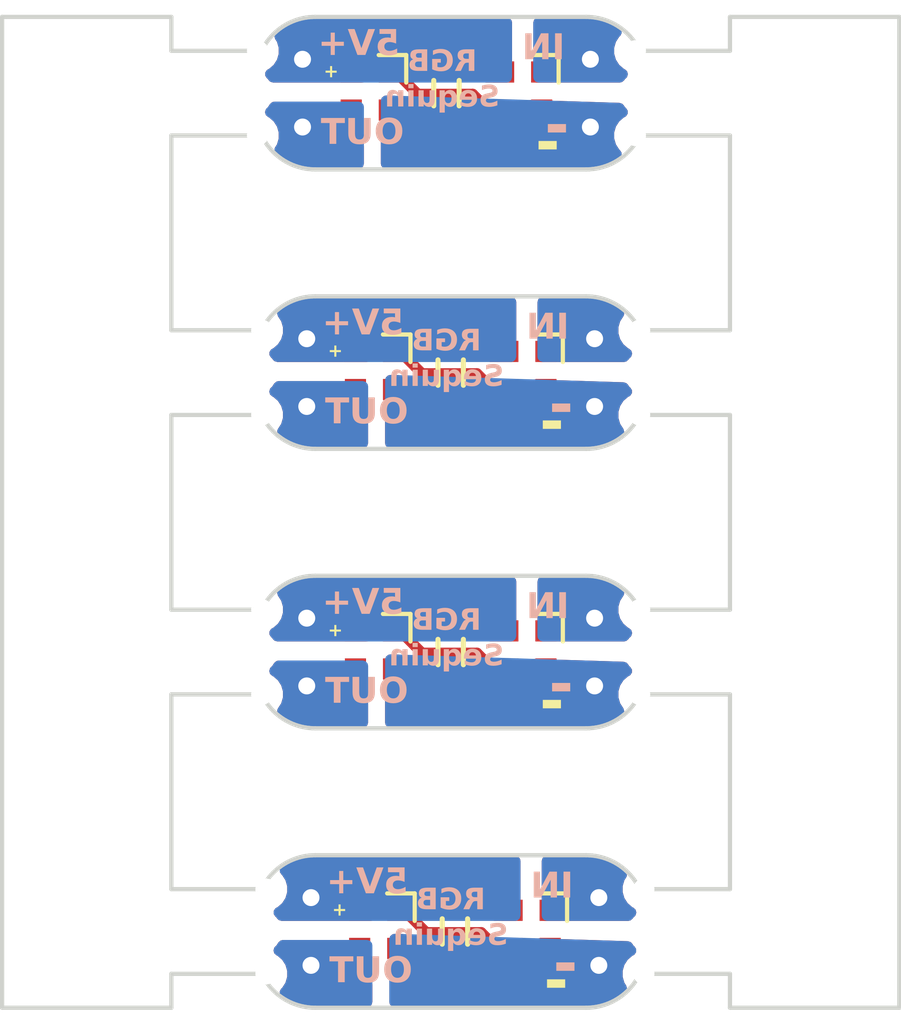
<source format=kicad_pcb>
(kicad_pcb (version 20221018) (generator pcbnew)
  (title_block (title "adafruit LED sequin panglikesheep18 RGB GAMING SUPER ULTRA PLUS PRO MAX ULTIMATE EXTREME REMIX v1") (comment 1 "Modified from https://github.com/timmit99/Neopixel_Sequin") (comment 2 "BOM: 2X 1515 RGB LEDs (can be the same IC WS2812 as original's)"))
  (layers (0 "F.Cu" signal) (31 "B.Cu" signal) (34 "B.Paste" user) (35 "F.Paste" user) (36 "B.SilkS" user "B.Silkscreen") (37 "F.SilkS" user "F.Silkscreen") (38 "B.Mask" user) (39 "F.Mask" user) (44 "Edge.Cuts" user))
  (net 0 "")
  (net 1 "Board_0-/+")
  (net 2 "Board_0-/-")
  (net 3 "Board_0-/IN")
  (net 4 "Board_0-/OUT")
  (net 5 "Board_1-/+")
  (net 6 "Board_1-/-")
  (net 7 "Board_1-/IN")
  (net 8 "Board_1-/OUT")
  (net 9 "Board_2-/+")
  (net 10 "Board_2-/-")
  (net 11 "Board_2-/IN")
  (net 12 "Board_2-/OUT")
  (net 13 "Board_3-/+")
  (net 14 "Board_3-/-")
  (net 15 "Board_3-/IN")
  (net 16 "Board_3-/OUT")
  (net 17 "Board3IO")
  (net 18 "Board0IO")
  (net 19 "Board1IO")
  (net 20 "Board2IO")
  (footprint "NPTH" (layer "F.Cu") (at 54.463268 62.199988)
    (fp_text reference "REF**" hide)
    (fp_text value "NPTH" hide)
  )
  (footprint "NPTH" (layer "F.Cu") (at 54.363268 48.999988)
    (fp_text reference "REF**" hide)
    (fp_text value "NPTH" hide)
  )
  (footprint "NPTH" (layer "F.Cu") (at 45.536715 57.599988)
    (fp_text reference "REF**" hide)
    (fp_text value "NPTH" hide)
  )
  (footprint "LED_SMD:LED_SK6812_EC15_1.5x1.5mm" (layer "F.Cu") (at 51.800005 63.149977)
    (fp_text reference "LED0" hide)
    (fp_text value "LED_SK6812_EC15_1.5x1.5mm" hide)
  )
  (footprint "NPTH" (layer "F.Cu") (at 54.363279 50.999988)
    (fp_text reference "REF**" hide)
    (fp_text value "NPTH" hide)
  )
  (footprint "LED_SMD:LED_SK6812_EC15_1.5x1.5mm" (layer "F.Cu") (at 51.700005 49.949977)
    (fp_text reference "LED0" hide)
    (fp_text value "LED_SK6812_EC15_1.5x1.5mm" hide)
  )
  (footprint "LED_SMD:LED_SK6812_EC15_1.5x1.5mm" (layer "F.Cu") (at 48.300005 69.749977)
    (fp_text reference "LED0" hide)
    (fp_text value "LED_SK6812_EC15_1.5x1.5mm" hide)
  )
  (footprint "NPTH" (layer "F.Cu") (at 45.401002 63.199987)
    (fp_text reference "REF**" hide)
    (fp_text value "NPTH" hide)
  )
  (footprint "LED_SMD:LED_SK6812_EC15_1.5x1.5mm" (layer "F.Cu") (at 48.100005 49.949977)
    (fp_text reference "LED0" hide)
    (fp_text value "LED_SK6812_EC15_1.5x1.5mm" hide)
  )
  (footprint "NPTH" (layer "F.Cu") (at 54.499005 49.999987)
    (fp_text reference "REF**" hide)
    (fp_text value "NPTH" hide)
  )
  (footprint "digikey-footprints:0603" (layer "F.Cu") (at 50 56.6 90)
    (fp_text reference "REF**" hide)
    (fp_text value "Ferrite_0603" hide)
  )
  (footprint "LED_SMD:LED_SK6812_EC15_1.5x1.5mm" (layer "F.Cu") (at 48.2 56.549977)
    (fp_text reference "LED0" hide)
    (fp_text value "LED_SK6812_EC15_1.5x1.5mm" hide)
  )
  (footprint "NPTH" (layer "F.Cu") (at 54.563279 70.799988)
    (fp_text reference "REF**" hide)
    (fp_text value "NPTH" hide)
  )
  (footprint "NPTH" (layer "F.Cu") (at 54.463279 64.199988)
    (fp_text reference "REF**" hide)
    (fp_text value "NPTH" hide)
  )
  (footprint "NPTH" (layer "F.Cu") (at 54.463274 57.599988)
    (fp_text reference "REF**" hide)
    (fp_text value "NPTH" hide)
  )
  (footprint "NPTH" (layer "F.Cu") (at 45.636731 68.799988)
    (fp_text reference "REF**" hide)
    (fp_text value "NPTH" hide)
  )
  (footprint "NPTH" (layer "F.Cu") (at 45.63672 70.799988)
    (fp_text reference "REF**" hide)
    (fp_text value "NPTH" hide)
  )
  (footprint "NPTH" (layer "F.Cu") (at 45.536731 62.199988)
    (fp_text reference "REF**" hide)
    (fp_text value "NPTH" hide)
  )
  (footprint "digikey-footprints:0603" (layer "F.Cu") (at 50.100005 69.8 90)
    (fp_text reference "REF**" hide)
    (fp_text value "Ferrite_0603" hide)
  )
  (footprint "LED_SMD:LED_SK6812_EC15_1.5x1.5mm" (layer "F.Cu") (at 51.8 56.549977)
    (fp_text reference "LED0" hide)
    (fp_text value "LED_SK6812_EC15_1.5x1.5mm" hide)
  )
  (footprint "NPTH" (layer "F.Cu") (at 45.501002 69.799987)
    (fp_text reference "REF**" hide)
    (fp_text value "NPTH" hide)
  )
  (footprint "digikey-footprints:0603" (layer "F.Cu") (at 49.900005 50 90)
    (fp_text reference "REF**" hide)
    (fp_text value "Ferrite_0603" hide)
  )
  (footprint "NPTH" (layer "F.Cu") (at 54.599005 63.199987)
    (fp_text reference "REF**" hide)
    (fp_text value "NPTH" hide)
  )
  (footprint "LED_SMD:LED_SK6812_EC15_1.5x1.5mm" (layer "F.Cu") (at 51.900005 69.749977)
    (fp_text reference "LED0" hide)
    (fp_text value "LED_SK6812_EC15_1.5x1.5mm" hide)
  )
  (footprint "NPTH" (layer "F.Cu") (at 54.463263 55.599988)
    (fp_text reference "REF**" hide)
    (fp_text value "NPTH" hide)
  )
  (footprint "NPTH" (layer "F.Cu") (at 54.563268 68.799988)
    (fp_text reference "REF**" hide)
    (fp_text value "NPTH" hide)
  )
  (footprint "NPTH" (layer "F.Cu") (at 45.436731 48.999988)
    (fp_text reference "REF**" hide)
    (fp_text value "NPTH" hide)
  )
  (footprint "NPTH" (layer "F.Cu") (at 45.400997 56.599987)
    (fp_text reference "REF**" hide)
    (fp_text value "NPTH" hide)
  )
  (footprint "NPTH" (layer "F.Cu") (at 45.43672 50.999988)
    (fp_text reference "REF**" hide)
    (fp_text value "NPTH" hide)
  )
  (footprint "NPTH" (layer "F.Cu") (at 54.599 56.599987)
    (fp_text reference "REF**" hide)
    (fp_text value "NPTH" hide)
  )
  (footprint "NPTH" (layer "F.Cu") (at 45.536726 55.599988)
    (fp_text reference "REF**" hide)
    (fp_text value "NPTH" hide)
  )
  (footprint "NPTH" (layer "F.Cu") (at 45.53672 64.199988)
    (fp_text reference "REF**" hide)
    (fp_text value "NPTH" hide)
  )
  (footprint "digikey-footprints:0603" (layer "F.Cu") (at 50.000005 63.2 90)
    (fp_text reference "REF**" hide)
    (fp_text value "Ferrite_0603" hide)
  )
  (footprint "NPTH" (layer "F.Cu") (at 45.301002 49.999987)
    (fp_text reference "REF**" hide)
    (fp_text value "NPTH" hide)
  )
  (footprint "NPTH" (layer "F.Cu") (at 54.699005 69.799987)
    (fp_text reference "REF**" hide)
    (fp_text value "NPTH" hide)
  )
  (footprint "LED_SMD:LED_SK6812_EC15_1.5x1.5mm" (layer "F.Cu") (at 48.200005 63.149977)
    (fp_text reference "LED0" hide)
    (fp_text value "LED_SK6812_EC15_1.5x1.5mm" hide)
  )
  (gr_line (start 54.413308 70.900499) (end 54.448282 70.836086) (stroke (width 0.1)) (layer "Edge.Cuts"))
  (gr_line (start 45.534501 64.200006) (end 45.551707 64.236077) (stroke (width 0.1)) (layer "Edge.Cuts"))
  (gr_line (start 54.241157 64.537445) (end 54.288792 64.48167) (stroke (width 0.1)) (layer "Edge.Cuts"))
  (gr_line (start 46.726698 58.399085) (end 46.8 58.401) (stroke (width 0.1)) (layer "Edge.Cuts"))
  (gr_line (start 46.653524 54.806683) (end 46.580856 54.81625) (stroke (width 0.1)) (layer "Edge.Cuts"))
  (gr_line (start 45.918297 61.711249) (end 45.862524 61.758886) (stroke (width 0.1)) (layer "Edge.Cuts"))
  (gr_line (start 53.963055 48.425033) (end 53.900471 48.386682) (stroke (width 0.1)) (layer "Edge.Cuts"))
  (gr_line (start 46.437364 68.046768) (end 46.367037 68.067601) (stroke (width 0.1)) (layer "Edge.Cuts"))
  (gr_line (start 53.836058 51.648283) (end 53.900517 51.613283) (stroke (width 0.1)) (layer "Edge.Cuts"))
  (gr_line (start 54.137426 55.158842) (end 54.081651 55.111207) (stroke (width 0.1)) (layer "Edge.Cuts"))
  (gr_line (start 54.465486 57.600002) (end 56.598 57.600002) (stroke (width 0.1)) (layer "Edge.Cuts"))
  (gr_line (start 45.862524 64.641141) (end 45.918297 64.688778) (stroke (width 0.1)) (layer "Edge.Cuts"))
  (gr_line (start 54.081692 51.48876) (end 54.137465 51.441123) (stroke (width 0.1)) (layer "Edge.Cuts"))
  (gr_line (start 53.199994 71.601022) (end 53.273291 71.599103) (stroke (width 0.1)) (layer "Edge.Cuts"))
  (gr_line (start 54.413308 68.699546) (end 54.374957 68.636962) (stroke (width 0.1)) (layer "Edge.Cuts"))
  (gr_line (start 43.400995 50.999998) (end 43.400995 55.600002) (stroke (width 0.1)) (layer "Edge.Cuts"))
  (gr_line (start 53.419185 68.016276) (end 53.346413 68.006695) (stroke (width 0.1)) (layer "Edge.Cuts"))
  (gr_line (start 54.448282 64.236077) (end 54.465488 64.200006) (stroke (width 0.1)) (layer "Edge.Cuts"))
  (gr_line (start 54.374957 48.836935) (end 54.333442 48.77653) (stroke (width 0.1)) (layer "Edge.Cuts"))
  (gr_line (start 53.199994 65.001013) (end 53.273343 64.999092) (stroke (width 0.1)) (layer "Edge.Cuts"))
  (gr_line (start 45.586681 57.700481) (end 45.625004 57.763021) (stroke (width 0.1)) (layer "Edge.Cuts"))
  (gr_line (start 45.918297 55.11124) (end 45.862524 55.158877) (stroke (width 0.1)) (layer "Edge.Cuts"))
  (gr_line (start 53.419133 54.81625) (end 53.346465 54.806683) (stroke (width 0.1)) (layer "Edge.Cuts"))
  (gr_line (start 53.491253 48.229606) (end 53.419133 48.216241) (stroke (width 0.1)) (layer "Edge.Cuts"))
  (gr_line (start 45.711197 71.081679) (end 45.758832 71.137454) (stroke (width 0.1)) (layer "Edge.Cuts"))
  (gr_line (start 53.900471 64.813327) (end 53.963011 64.775004) (stroke (width 0.1)) (layer "Edge.Cuts"))
  (gr_line (start 45.666547 68.576557) (end 45.625032 68.636962) (stroke (width 0.1)) (layer "Edge.Cuts"))
  (gr_line (start 46.726698 51.799076) (end 46.8 51.801) (stroke (width 0.1)) (layer "Edge.Cuts"))
  (gr_line (start 43.400995 64.200006) (end 45.534501 64.200006) (stroke (width 0.1)) (layer "Edge.Cuts"))
  (gr_line (start 46.8 51.801) (end 53.199995 51.800995) (stroke (width 0.1)) (layer "Edge.Cuts"))
  (gr_line (start 46.036934 64.774976) (end 46.099472 64.813301) (stroke (width 0.1)) (layer "Edge.Cuts"))
  (gr_line (start 46.580856 58.383759) (end 46.653576 58.393332) (stroke (width 0.1)) (layer "Edge.Cuts"))
  (gr_line (start 46.580856 54.81625) (end 46.508736 54.829615) (stroke (width 0.1)) (layer "Edge.Cuts"))
  (gr_line (start 45.534505 50.999998) (end 45.551707 51.036059) (stroke (width 0.1)) (layer "Edge.Cuts"))
  (gr_line (start 46.508685 48.229617) (end 46.437415 48.246727) (stroke (width 0.1)) (layer "Edge.Cuts"))
  (gr_line (start 54.333442 61.976548) (end 54.288792 61.918357) (stroke (width 0.1)) (layer "Edge.Cuts"))
  (gr_line (start 54.333442 64.423479) (end 54.374957 64.363074) (stroke (width 0.1)) (layer "Edge.Cuts"))
  (gr_line (start 54.081692 58.088769) (end 54.137426 58.041167) (stroke (width 0.1)) (layer "Edge.Cuts"))
  (gr_line (start 53.900517 51.613283) (end 53.963055 51.574958) (stroke (width 0.1)) (layer "Edge.Cuts"))
  (gr_line (start 46.8 65.001) (end 53.199994 65.001013) (stroke (width 0.1)) (layer "Edge.Cuts"))
  (gr_line (start 54.081651 48.511198) (end 54.02346 48.466548) (stroke (width 0.1)) (layer "Edge.Cuts"))
  (gr_line (start 53.2 48.199) (end 46.799995 48.198996) (stroke (width 0.1)) (layer "Edge.Cuts"))
  (gr_line (start 46.163978 71.448334) (end 46.230133 71.479888) (stroke (width 0.1)) (layer "Edge.Cuts"))
  (gr_line (start 54.465484 50.999998) (end 56.598 50.999998) (stroke (width 0.1)) (layer "Edge.Cuts"))
  (gr_line (start 53.769856 58.27987) (end 53.836011 58.248316) (stroke (width 0.1)) (layer "Edge.Cuts"))
  (gr_line (start 45.551707 57.636068) (end 45.586681 57.700481) (stroke (width 0.1)) (layer "Edge.Cuts"))
  (gr_line (start 53.769856 48.32013) (end 53.702092 48.29206) (stroke (width 0.1)) (layer "Edge.Cuts"))
  (gr_line (start 46.726646 48.200917) (end 46.653524 48.206674) (stroke (width 0.1)) (layer "Edge.Cuts"))
  (gr_line (start 46.653576 64.993341) (end 46.726698 64.999094) (stroke (width 0.1)) (layer "Edge.Cuts"))
  (gr_line (start 53.963055 51.574958) (end 54.02346 51.533443) (stroke (width 0.1)) (layer "Edge.Cuts"))
  (gr_line (start 46.437415 71.553291) (end 46.508736 71.570412) (stroke (width 0.1)) (layer "Edge.Cuts"))
  (gr_line (start 46.8 71.601) (end 53.199994 71.601022) (stroke (width 0.1)) (layer "Edge.Cuts"))
  (gr_line (start 46.036978 68.225032) (end 45.976487 68.266606) (stroke (width 0.1)) (layer "Edge.Cuts"))
  (gr_line (start 46.508736 71.570412) (end 46.580804 71.583769) (stroke (width 0.1)) (layer "Edge.Cuts"))
  (gr_line (start 53.900471 58.213318) (end 53.963011 58.174995) (stroke (width 0.1)) (layer "Edge.Cuts"))
  (gr_line (start 45.809357 61.809339) (end 45.758867 61.862543) (stroke (width 0.1)) (layer "Edge.Cuts"))
  (gr_line (start 46.230133 68.120157) (end 46.163978 68.151711) (stroke (width 0.1)) (layer "Edge.Cuts"))
  (gr_line (start 46.230181 48.320109) (end 46.163978 48.351684) (stroke (width 0.1)) (layer "Edge.Cuts"))
  (gr_line (start 53.491304 68.029644) (end 53.419185 68.016276) (stroke (width 0.1)) (layer "Edge.Cuts"))
  (gr_line (start 54.241157 48.662564) (end 54.190632 48.609321) (stroke (width 0.1)) (layer "Edge.Cuts"))
  (gr_line (start 54.288792 64.48167) (end 54.333442 64.423479) (stroke (width 0.1)) (layer "Edge.Cuts"))
  (gr_line (start 46.8 58.401) (end 53.199994 58.401004) (stroke (width 0.1)) (layer "Edge.Cuts"))
  (gr_line (start 53.769856 54.920139) (end 53.702092 54.892069) (stroke (width 0.1)) (layer "Edge.Cuts"))
  (gr_line (start 45.918297 48.511231) (end 45.862524 48.558868) (stroke (width 0.1)) (layer "Edge.Cuts"))
  (gr_line (start 46.580856 61.416259) (end 46.508685 61.429635) (stroke (width 0.1)) (layer "Edge.Cuts"))
  (gr_line (start 45.976487 48.466579) (end 45.918297 48.511231) (stroke (width 0.1)) (layer "Edge.Cuts"))
  (gr_line (start 54.465486 48.999998) (end 54.448282 48.963932) (stroke (width 0.1)) (layer "Edge.Cuts"))
  (gr_line (start 53.346413 71.59335) (end 53.419185 71.583769) (stroke (width 0.1)) (layer "Edge.Cuts"))
  (gr_line (start 46.653576 71.59335) (end 46.726698 71.599103) (stroke (width 0.1)) (layer "Edge.Cuts"))
  (gr_line (start 53.491304 61.429635) (end 53.419185 61.416267) (stroke (width 0.1)) (layer "Edge.Cuts"))
  (gr_line (start 45.80932 64.590651) (end 45.862524 64.641141) (stroke (width 0.1)) (layer "Edge.Cuts"))
  (gr_line (start 43.400995 68.800011) (end 43.400995 64.200006) (stroke (width 0.1)) (layer "Edge.Cuts"))
  (gr_line (start 46.580856 64.983768) (end 46.653576 64.993341) (stroke (width 0.1)) (layer "Edge.Cuts"))
  (gr_line (start 53.632952 71.532444) (end 53.702043 71.507977) (stroke (width 0.1)) (layer "Edge.Cuts"))
  (gr_line (start 53.273291 68.000942) (end 53.2 67.999) (stroke (width 0.1)) (layer "Edge.Cuts"))
  (gr_line (start 46.099472 58.213292) (end 46.163931 58.248292) (stroke (width 0.1)) (layer "Edge.Cuts"))
  (gr_line (start 46.437415 48.246727) (end 46.367087 48.267558) (stroke (width 0.1)) (layer "Edge.Cuts"))
  (gr_line (start 54.333442 51.223461) (end 54.374985 51.163012) (stroke (width 0.1)) (layer "Edge.Cuts"))
  (gr_line (start 45.918338 71.28882) (end 45.976487 71.333439) (stroke (width 0.1)) (layer "Edge.Cuts"))
  (gr_line (start 53.562625 68.046768) (end 53.491304 68.029644) (stroke (width 0.1)) (layer "Edge.Cuts"))
  (gr_line (start 53.632952 54.867583) (end 53.562574 54.846736) (stroke (width 0.1)) (layer "Edge.Cuts"))
  (gr_line (start 53.419133 58.383759) (end 53.491304 58.370383) (stroke (width 0.1)) (layer "Edge.Cuts"))
  (gr_line (start 54.448282 62.16395) (end 54.413308 62.099537) (stroke (width 0.1)) (layer "Edge.Cuts"))
  (gr_line (start 46.297946 58.307959) (end 46.367087 58.332442) (stroke (width 0.1)) (layer "Edge.Cuts"))
  (gr_line (start 54.288792 68.518366) (end 54.241157 68.462591) (stroke (width 0.1)) (layer "Edge.Cuts"))
  (gr_line (start 53.562574 48.246727) (end 53.491253 48.229606) (stroke (width 0.1)) (layer "Edge.Cuts"))
  (gr_line (start 53.963055 55.025042) (end 53.900471 54.986691) (stroke (width 0.1)) (layer "Edge.Cuts"))
  (gr_line (start 53.702092 54.892069) (end 53.632952 54.867583) (stroke (width 0.1)) (layer "Edge.Cuts"))
  (gr_line (start 45.758832 71.137454) (end 45.809357 71.190697) (stroke (width 0.1)) (layer "Edge.Cuts"))
  (gr_line (start 45.625032 68.636962) (end 45.586681 68.699546) (stroke (width 0.1)) (layer "Edge.Cuts"))
  (gr_line (start 45.976487 71.333439) (end 46.036934 71.374985) (stroke (width 0.1)) (layer "Edge.Cuts"))
  (gr_line (start 53.419133 64.983768) (end 53.491304 64.970392) (stroke (width 0.1)) (layer "Edge.Cuts"))
  (gr_line (start 54.190632 61.809339) (end 54.137426 61.758851) (stroke (width 0.1)) (layer "Edge.Cuts"))
  (gr_line (start 53.273291 71.599103) (end 53.346413 71.59335) (stroke (width 0.1)) (layer "Edge.Cuts"))
  (gr_line (start 46.297946 51.70795) (end 46.367037 51.732417) (stroke (width 0.1)) (layer "Edge.Cuts"))
  (gr_line (start 54.241122 71.137493) (end 54.288759 71.08172) (stroke (width 0.1)) (layer "Edge.Cuts"))
  (gr_line (start 45.976529 61.666566) (end 45.918297 61.711249) (stroke (width 0.1)) (layer "Edge.Cuts"))
  (gr_line (start 53.900471 54.986691) (end 53.836011 54.951693) (stroke (width 0.1)) (layer "Edge.Cuts"))
  (gr_line (start 43.400995 48.198996) (end 39.402995 48.198996) (stroke (width 0.1)) (layer "Edge.Cuts"))
  (gr_line (start 53.2 67.999) (end 46.799994 67.999023) (stroke (width 0.1)) (layer "Edge.Cuts"))
  (gr_line (start 45.71123 57.881702) (end 45.758867 57.937475) (stroke (width 0.1)) (layer "Edge.Cuts"))
  (gr_line (start 54.081651 55.111207) (end 54.02346 55.066557) (stroke (width 0.1)) (layer "Edge.Cuts"))
  (gr_line (start 53.702043 58.307959) (end 53.769856 58.27987) (stroke (width 0.1)) (layer "Edge.Cuts"))
  (gr_line (start 45.534499 70.800011) (end 45.551707 70.836086) (stroke (width 0.1)) (layer "Edge.Cuts"))
  (gr_line (start 46.163931 61.551726) (end 46.099472 61.586726) (stroke (width 0.1)) (layer "Edge.Cuts"))
  (gr_line (start 54.137465 68.358895) (end 54.081651 68.311225) (stroke (width 0.1)) (layer "Edge.Cuts"))
  (gr_line (start 46.099518 68.186709) (end 46.036978 68.225032) (stroke (width 0.1)) (layer "Edge.Cuts"))
  (gr_line (start 45.976529 58.133452) (end 46.036934 58.174967) (stroke (width 0.1)) (layer "Edge.Cuts"))
  (gr_line (start 46.580804 71.583769) (end 46.653576 71.59335) (stroke (width 0.1)) (layer "Edge.Cuts"))
  (gr_line (start 46.437364 51.75325) (end 46.508685 51.770374) (stroke (width 0.1)) (layer "Edge.Cuts"))
  (gr_line (start 54.081692 64.688778) (end 54.137426 64.641176) (stroke (width 0.1)) (layer "Edge.Cuts"))
  (gr_line (start 46.653524 48.206674) (end 46.580804 48.216249) (stroke (width 0.1)) (layer "Edge.Cuts"))
  (gr_line (start 46.799994 67.999023) (end 46.726646 68.000944) (stroke (width 0.1)) (layer "Edge.Cuts"))
  (gr_line (start 53.273343 48.200917) (end 53.2 48.199) (stroke (width 0.1)) (layer "Edge.Cuts"))
  (gr_line (start 45.551707 48.963932) (end 45.534503 48.999998) (stroke (width 0.1)) (layer "Edge.Cuts"))
  (gr_line (start 39.402995 48.198996) (end 39.402995 71.601022) (stroke (width 0.1)) (layer "Edge.Cuts"))
  (gr_line (start 46.508685 58.370383) (end 46.580856 58.383759) (stroke (width 0.1)) (layer "Edge.Cuts"))
  (gr_line (start 54.374985 70.963039) (end 54.413308 70.900499) (stroke (width 0.1)) (layer "Edge.Cuts"))
  (gr_line (start 53.346413 61.406686) (end 53.273291 61.400933) (stroke (width 0.1)) (layer "Edge.Cuts"))
  (gr_line (start 56.598 70.800011) (end 56.598 71.601022) (stroke (width 0.1)) (layer "Edge.Cuts"))
  (gr_line (start 46.036934 48.425033) (end 45.976487 48.466579) (stroke (width 0.1)) (layer "Edge.Cuts"))
  (gr_line (start 46.163978 48.351684) (end 46.099518 48.386682) (stroke (width 0.1)) (layer "Edge.Cuts"))
  (gr_line (start 53.632952 58.332426) (end 53.702043 58.307959) (stroke (width 0.1)) (layer "Edge.Cuts"))
  (gr_line (start 53.346465 64.993335) (end 53.419133 64.983768) (stroke (width 0.1)) (layer "Edge.Cuts"))
  (gr_line (start 53.963055 71.374985) (end 54.02346 71.33347) (stroke (width 0.1)) (layer "Edge.Cuts"))
  (gr_line (start 53.491304 51.770374) (end 53.562574 51.753264) (stroke (width 0.1)) (layer "Edge.Cuts"))
  (gr_line (start 54.465481 62.200006) (end 54.448282 62.16395) (stroke (width 0.1)) (layer "Edge.Cuts"))
  (gr_line (start 46.036934 61.625051) (end 45.976529 61.666566) (stroke (width 0.1)) (layer "Edge.Cuts"))
  (gr_line (start 53.702043 68.092068) (end 53.632952 68.067601) (stroke (width 0.1)) (layer "Edge.Cuts"))
  (gr_line (start 46.580856 68.016268) (end 46.508736 68.029633) (stroke (width 0.1)) (layer "Edge.Cuts"))
  (gr_line (start 46.230133 58.27987) (end 46.297946 58.307959) (stroke (width 0.1)) (layer "Edge.Cuts"))
  (gr_line (start 56.598 68.800011) (end 54.465479 68.800011) (stroke (width 0.1)) (layer "Edge.Cuts"))
  (gr_line (start 45.586681 48.899519) (end 45.551707 48.963932) (stroke (width 0.1)) (layer "Edge.Cuts"))
  (gr_line (start 45.809357 51.39067) (end 45.862563 51.441158) (stroke (width 0.1)) (layer "Edge.Cuts"))
  (gr_line (start 46.367087 71.53246) (end 46.437415 71.553291) (stroke (width 0.1)) (layer "Edge.Cuts"))
  (gr_line (start 53.346465 54.806683) (end 53.273343 54.800926) (stroke (width 0.1)) (layer "Edge.Cuts"))
  (gr_line (start 45.625032 51.163056) (end 45.666547 51.223461) (stroke (width 0.1)) (layer "Edge.Cuts"))
  (gr_line (start 45.976487 68.266606) (end 45.918338 68.311225) (stroke (width 0.1)) (layer "Edge.Cuts"))
  (gr_line (start 53.346465 58.393326) (end 53.419133 58.383759) (stroke (width 0.1)) (layer "Edge.Cuts"))
  (gr_line (start 45.758867 61.862543) (end 45.71123 61.918316) (stroke (width 0.1)) (layer "Edge.Cuts"))
  (gr_line (start 54.241157 61.862582) (end 54.190632 61.809339) (stroke (width 0.1)) (layer "Edge.Cuts"))
  (gr_line (start 54.241122 51.337466) (end 54.288759 51.281693) (stroke (width 0.1)) (layer "Edge.Cuts"))
  (gr_line (start 53.702043 64.907968) (end 53.769856 64.879879) (stroke (width 0.1)) (layer "Edge.Cuts"))
  (gr_line (start 45.551707 62.16395) (end 45.534508 62.200006) (stroke (width 0.1)) (layer "Edge.Cuts"))
  (gr_line (start 56.598 62.200006) (end 54.465481 62.200006) (stroke (width 0.1)) (layer "Edge.Cuts"))
  (gr_line (start 53.836011 48.351684) (end 53.769856 48.32013) (stroke (width 0.1)) (layer "Edge.Cuts"))
  (gr_line (start 45.666547 55.376539) (end 45.625004 55.436988) (stroke (width 0.1)) (layer "Edge.Cuts"))
  (gr_line (start 54.241157 57.937436) (end 54.288792 57.881661) (stroke (width 0.1)) (layer "Edge.Cuts"))
  (gr_line (start 54.413308 55.499528) (end 54.374957 55.436944) (stroke (width 0.1)) (layer "Edge.Cuts"))
  (gr_line (start 46.367087 61.467576) (end 46.297946 61.492059) (stroke (width 0.1)) (layer "Edge.Cuts"))
  (gr_line (start 54.081692 61.711249) (end 54.023502 61.666597) (stroke (width 0.1)) (layer "Edge.Cuts"))
  (gr_line (start 45.809357 71.190697) (end 45.862563 71.241185) (stroke (width 0.1)) (layer "Edge.Cuts"))
  (gr_line (start 45.809357 68.409348) (end 45.758832 68.462591) (stroke (width 0.1)) (layer "Edge.Cuts"))
  (gr_line (start 46.367087 58.332442) (end 46.437415 58.353273) (stroke (width 0.1)) (layer "Edge.Cuts"))
  (gr_line (start 43.400995 48.198996) (end 43.400995 48.999998) (stroke (width 0.1)) (layer "Edge.Cuts"))
  (gr_line (start 46.580856 51.78375) (end 46.653576 51.793323) (stroke (width 0.1)) (layer "Edge.Cuts"))
  (gr_line (start 45.80932 48.609358) (end 45.758832 48.662564) (stroke (width 0.1)) (layer "Edge.Cuts"))
  (gr_line (start 56.598 71.601022) (end 60.598 71.601022) (stroke (width 0.1)) (layer "Edge.Cuts"))
  (gr_line (start 54.190632 51.39067) (end 54.241122 51.337466) (stroke (width 0.1)) (layer "Edge.Cuts"))
  (gr_line (start 54.190669 68.409385) (end 54.137465 68.358895) (stroke (width 0.1)) (layer "Edge.Cuts"))
  (gr_line (start 45.586681 64.30049) (end 45.625004 64.36303) (stroke (width 0.1)) (layer "Edge.Cuts"))
  (gr_line (start 46.230133 54.920139) (end 46.163978 54.951693) (stroke (width 0.1)) (layer "Edge.Cuts"))
  (gr_line (start 53.562625 71.553277) (end 53.632952 71.532444) (stroke (width 0.1)) (layer "Edge.Cuts"))
  (gr_line (start 45.625004 55.436988) (end 45.586681 55.499528) (stroke (width 0.1)) (layer "Edge.Cuts"))
  (gr_line (start 54.413308 48.899519) (end 54.374957 48.836935) (stroke (width 0.1)) (layer "Edge.Cuts"))
  (gr_line (start 53.273343 58.399083) (end 53.346465 58.393326) (stroke (width 0.1)) (layer "Edge.Cuts"))
  (gr_line (start 53.769856 64.879879) (end 53.836011 64.848325) (stroke (width 0.1)) (layer "Edge.Cuts"))
  (gr_line (start 45.976487 55.066588) (end 45.918297 55.11124) (stroke (width 0.1)) (layer "Edge.Cuts"))
  (gr_line (start 46.799994 61.399014) (end 46.726698 61.400933) (stroke (width 0.1)) (layer "Edge.Cuts"))
  (gr_line (start 45.862524 58.041132) (end 45.918297 58.088769) (stroke (width 0.1)) (layer "Edge.Cuts"))
  (gr_line (start 45.666547 61.976548) (end 45.625004 62.036997) (stroke (width 0.1)) (layer "Edge.Cuts"))
  (gr_line (start 46.297946 64.907968) (end 46.367087 64.932451) (stroke (width 0.1)) (layer "Edge.Cuts"))
  (gr_line (start 43.400995 70.800011) (end 45.534499 70.800011) (stroke (width 0.1)) (layer "Edge.Cuts"))
  (gr_line (start 54.137426 64.641176) (end 54.190669 64.590651) (stroke (width 0.1)) (layer "Edge.Cuts"))
  (gr_line (start 45.666547 57.82347) (end 45.71123 57.881702) (stroke (width 0.1)) (layer "Edge.Cuts"))
  (gr_line (start 53.419185 61.416267) (end 53.346413 61.406686) (stroke (width 0.1)) (layer "Edge.Cuts"))
  (gr_line (start 45.551707 55.563941) (end 45.534505 55.600002) (stroke (width 0.1)) (layer "Edge.Cuts"))
  (gr_line (start 54.190632 55.20933) (end 54.137426 55.158842) (stroke (width 0.1)) (layer "Edge.Cuts"))
  (gr_line (start 46.099518 51.613309) (end 46.163978 51.648307) (stroke (width 0.1)) (layer "Edge.Cuts"))
  (gr_line (start 46.099472 61.586726) (end 46.036934 61.625051) (stroke (width 0.1)) (layer "Edge.Cuts"))
  (gr_line (start 46.099518 48.386682) (end 46.036934 48.425033) (stroke (width 0.1)) (layer "Edge.Cuts"))
  (gr_line (start 45.71123 61.918316) (end 45.666547 61.976548) (stroke (width 0.1)) (layer "Edge.Cuts"))
  (gr_line (start 45.862524 61.758886) (end 45.809357 61.809339) (stroke (width 0.1)) (layer "Edge.Cuts"))
  (gr_line (start 53.346465 48.206674) (end 53.273343 48.200917) (stroke (width 0.1)) (layer "Edge.Cuts"))
  (gr_line (start 54.465479 68.800011) (end 54.448306 68.764006) (stroke (width 0.1)) (layer "Edge.Cuts"))
  (gr_line (start 45.711197 68.518366) (end 45.666547 68.576557) (stroke (width 0.1)) (layer "Edge.Cuts"))
  (gr_line (start 45.53451 68.800011) (end 43.400995 68.800011) (stroke (width 0.1)) (layer "Edge.Cuts"))
  (gr_line (start 54.241157 55.262573) (end 54.190632 55.20933) (stroke (width 0.1)) (layer "Edge.Cuts"))
  (gr_line (start 56.598 64.200006) (end 56.598 68.800011) (stroke (width 0.1)) (layer "Edge.Cuts"))
  (gr_line (start 45.586681 51.100472) (end 45.625032 51.163056) (stroke (width 0.1)) (layer "Edge.Cuts"))
  (gr_line (start 45.551707 68.763959) (end 45.53451 68.800011) (stroke (width 0.1)) (layer "Edge.Cuts"))
  (gr_line (start 56.598 55.600002) (end 54.465484 55.600002) (stroke (width 0.1)) (layer "Edge.Cuts"))
  (gr_line (start 46.230133 64.879879) (end 46.297946 64.907968) (stroke (width 0.1)) (layer "Edge.Cuts"))
  (gr_line (start 53.836011 54.951693) (end 53.769856 54.920139) (stroke (width 0.1)) (layer "Edge.Cuts"))
  (gr_line (start 43.400995 57.600002) (end 43.400995 62.200006) (stroke (width 0.1)) (layer "Edge.Cuts"))
  (gr_line (start 46.508736 68.029633) (end 46.437364 68.046768) (stroke (width 0.1)) (layer "Edge.Cuts"))
  (gr_line (start 54.241157 68.462591) (end 54.190669 68.409385) (stroke (width 0.1)) (layer "Edge.Cuts"))
  (gr_line (start 54.413308 64.30049) (end 54.448282 64.236077) (stroke (width 0.1)) (layer "Edge.Cuts"))
  (gr_line (start 54.288759 51.281693) (end 54.333442 51.223461) (stroke (width 0.1)) (layer "Edge.Cuts"))
  (gr_line (start 53.419185 71.583769) (end 53.491304 71.570401) (stroke (width 0.1)) (layer "Edge.Cuts"))
  (gr_line (start 45.666547 48.77653) (end 45.625004 48.836979) (stroke (width 0.1)) (layer "Edge.Cuts"))
  (gr_line (start 46.099472 64.813301) (end 46.163931 64.848301) (stroke (width 0.1)) (layer "Edge.Cuts"))
  (gr_line (start 45.918297 64.688778) (end 45.976529 64.733461) (stroke (width 0.1)) (layer "Edge.Cuts"))
  (gr_line (start 53.491304 64.970392) (end 53.562625 64.953268) (stroke (width 0.1)) (layer "Edge.Cuts"))
  (gr_line (start 54.374957 57.763065) (end 54.413308 57.700481) (stroke (width 0.1)) (layer "Edge.Cuts"))
  (gr_line (start 54.46549 70.800011) (end 56.598 70.800011) (stroke (width 0.1)) (layer "Edge.Cuts"))
  (gr_line (start 54.081651 71.28882) (end 54.137465 71.24115) (stroke (width 0.1)) (layer "Edge.Cuts"))
  (gr_line (start 54.288792 61.918357) (end 54.241157 61.862582) (stroke (width 0.1)) (layer "Edge.Cuts"))
  (gr_line (start 53.900517 68.186735) (end 53.836058 68.151735) (stroke (width 0.1)) (layer "Edge.Cuts"))
  (gr_line (start 46.367037 68.067601) (end 46.297946 68.092068) (stroke (width 0.1)) (layer "Edge.Cuts"))
  (gr_line (start 45.534503 48.999998) (end 43.400995 48.999998) (stroke (width 0.1)) (layer "Edge.Cuts"))
  (gr_line (start 45.862563 71.241185) (end 45.918338 71.28882) (stroke (width 0.1)) (layer "Edge.Cuts"))
  (gr_line (start 60.598 48.198996) (end 56.598 48.198996) (stroke (width 0.1)) (layer "Edge.Cuts"))
  (gr_line (start 53.900517 71.41331) (end 53.963055 71.374985) (stroke (width 0.1)) (layer "Edge.Cuts"))
  (gr_line (start 46.099518 71.413336) (end 46.163978 71.448334) (stroke (width 0.1)) (layer "Edge.Cuts"))
  (gr_line (start 53.273343 54.800926) (end 53.2 54.799) (stroke (width 0.1)) (layer "Edge.Cuts"))
  (gr_line (start 53.769856 51.679861) (end 53.836058 51.648283) (stroke (width 0.1)) (layer "Edge.Cuts"))
  (gr_line (start 54.448282 51.036059) (end 54.465484 50.999998) (stroke (width 0.1)) (layer "Edge.Cuts"))
  (gr_line (start 45.625004 62.036997) (end 45.586681 62.099537) (stroke (width 0.1)) (layer "Edge.Cuts"))
  (gr_line (start 43.400995 71.601022) (end 43.400995 70.800011) (stroke (width 0.1)) (layer "Edge.Cuts"))
  (gr_line (start 54.02346 55.066557) (end 53.963055 55.025042) (stroke (width 0.1)) (layer "Edge.Cuts"))
  (gr_line (start 54.333442 71.023488) (end 54.374985 70.963039) (stroke (width 0.1)) (layer "Edge.Cuts"))
  (gr_line (start 45.809357 55.20933) (end 45.758867 55.262534) (stroke (width 0.1)) (layer "Edge.Cuts"))
  (gr_line (start 46.437415 54.846736) (end 46.367037 54.867583) (stroke (width 0.1)) (layer "Edge.Cuts"))
  (gr_line (start 54.465484 55.600002) (end 54.448282 55.563941) (stroke (width 0.1)) (layer "Edge.Cuts"))
  (gr_line (start 56.598 48.999998) (end 54.465486 48.999998) (stroke (width 0.1)) (layer "Edge.Cuts"))
  (gr_line (start 56.598 57.600002) (end 56.598 62.200006) (stroke (width 0.1)) (layer "Edge.Cuts"))
  (gr_line (start 45.586681 68.699546) (end 45.551707 68.763959) (stroke (width 0.1)) (layer "Edge.Cuts"))
  (gr_line (start 54.374957 62.036953) (end 54.333442 61.976548) (stroke (width 0.1)) (layer "Edge.Cuts"))
  (gr_line (start 45.625004 57.763021) (end 45.666547 57.82347) (stroke (width 0.1)) (layer "Edge.Cuts"))
  (gr_line (start 53.632952 64.932435) (end 53.702043 64.907968) (stroke (width 0.1)) (layer "Edge.Cuts"))
  (gr_line (start 53.2 54.799) (end 46.799994 54.799005) (stroke (width 0.1)) (layer "Edge.Cuts"))
  (gr_line (start 53.836058 71.44831) (end 53.900517 71.41331) (stroke (width 0.1)) (layer "Edge.Cuts"))
  (gr_line (start 45.862524 55.158877) (end 45.809357 55.20933) (stroke (width 0.1)) (layer "Edge.Cuts"))
  (gr_line (start 46.367037 54.867583) (end 46.297897 54.892069) (stroke (width 0.1)) (layer "Edge.Cuts"))
  (gr_line (start 54.190669 57.990642) (end 54.241157 57.937436) (stroke (width 0.1)) (layer "Edge.Cuts"))
  (gr_line (start 46.036934 71.374985) (end 46.099518 71.413336) (stroke (width 0.1)) (layer "Edge.Cuts"))
  (gr_line (start 53.769856 71.479888) (end 53.836058 71.44831) (stroke (width 0.1)) (layer "Edge.Cuts"))
  (gr_line (start 45.551707 64.236077) (end 45.586681 64.30049) (stroke (width 0.1)) (layer "Edge.Cuts"))
  (gr_line (start 45.758832 48.662564) (end 45.711197 48.718339) (stroke (width 0.1)) (layer "Edge.Cuts"))
  (gr_line (start 53.836011 58.248316) (end 53.900471 58.213318) (stroke (width 0.1)) (layer "Edge.Cuts"))
  (gr_line (start 53.199994 58.401004) (end 53.273343 58.399083) (stroke (width 0.1)) (layer "Edge.Cuts"))
  (gr_line (start 45.918297 51.48876) (end 45.976487 51.533412) (stroke (width 0.1)) (layer "Edge.Cuts"))
  (gr_line (start 54.190669 64.590651) (end 54.241157 64.537445) (stroke (width 0.1)) (layer "Edge.Cuts"))
  (gr_line (start 46.367037 51.732417) (end 46.437364 51.75325) (stroke (width 0.1)) (layer "Edge.Cuts"))
  (gr_line (start 54.190632 48.609321) (end 54.137426 48.558833) (stroke (width 0.1)) (layer "Edge.Cuts"))
  (gr_line (start 45.976529 64.733461) (end 46.036934 64.774976) (stroke (width 0.1)) (layer "Edge.Cuts"))
  (gr_line (start 46.653576 68.006695) (end 46.580856 68.016268) (stroke (width 0.1)) (layer "Edge.Cuts"))
  (gr_line (start 53.702043 71.507977) (end 53.769856 71.479888) (stroke (width 0.1)) (layer "Edge.Cuts"))
  (gr_line (start 46.437415 64.953282) (end 46.508685 64.970392) (stroke (width 0.1)) (layer "Edge.Cuts"))
  (gr_line (start 53.346413 68.006695) (end 53.273291 68.000942) (stroke (width 0.1)) (layer "Edge.Cuts"))
  (gr_line (start 54.288792 57.881661) (end 54.333442 57.82347) (stroke (width 0.1)) (layer "Edge.Cuts"))
  (gr_line (start 46.297897 71.507958) (end 46.367087 71.53246) (stroke (width 0.1)) (layer "Edge.Cuts"))
  (gr_line (start 46.653576 61.406686) (end 46.580856 61.416259) (stroke (width 0.1)) (layer "Edge.Cuts"))
  (gr_line (start 54.288792 48.718339) (end 54.241157 48.662564) (stroke (width 0.1)) (layer "Edge.Cuts"))
  (gr_line (start 53.491304 58.370383) (end 53.562625 58.353259) (stroke (width 0.1)) (layer "Edge.Cuts"))
  (gr_line (start 54.374985 51.163012) (end 54.413308 51.100472) (stroke (width 0.1)) (layer "Edge.Cuts"))
  (gr_line (start 60.598 71.601022) (end 60.598 48.198996) (stroke (width 0.1)) (layer "Edge.Cuts"))
  (gr_line (start 53.836011 61.551702) (end 53.769856 61.520148) (stroke (width 0.1)) (layer "Edge.Cuts"))
  (gr_line (start 53.199995 51.800995) (end 53.273291 51.799076) (stroke (width 0.1)) (layer "Edge.Cuts"))
  (gr_line (start 46.726698 61.400933) (end 46.653576 61.406686) (stroke (width 0.1)) (layer "Edge.Cuts"))
  (gr_line (start 54.465488 64.200006) (end 56.598 64.200006) (stroke (width 0.1)) (layer "Edge.Cuts"))
  (gr_line (start 45.71123 55.318307) (end 45.666547 55.376539) (stroke (width 0.1)) (layer "Edge.Cuts"))
  (gr_line (start 46.653576 58.393332) (end 46.726698 58.399085) (stroke (width 0.1)) (layer "Edge.Cuts"))
  (gr_line (start 45.918338 68.311225) (end 45.862563 68.35886) (stroke (width 0.1)) (layer "Edge.Cuts"))
  (gr_line (start 54.333442 57.82347) (end 54.374957 57.763065) (stroke (width 0.1)) (layer "Edge.Cuts"))
  (gr_line (start 53.900471 48.386682) (end 53.836011 48.351684) (stroke (width 0.1)) (layer "Edge.Cuts"))
  (gr_line (start 54.448282 70.836086) (end 54.46549 70.800011) (stroke (width 0.1)) (layer "Edge.Cuts"))
  (gr_line (start 45.586681 62.099537) (end 45.551707 62.16395) (stroke (width 0.1)) (layer "Edge.Cuts"))
  (gr_line (start 53.562625 64.953268) (end 53.632952 64.932435) (stroke (width 0.1)) (layer "Edge.Cuts"))
  (gr_line (start 46.437415 58.353273) (end 46.508685 58.370383) (stroke (width 0.1)) (layer "Edge.Cuts"))
  (gr_line (start 45.551707 70.836086) (end 45.586681 70.900499) (stroke (width 0.1)) (layer "Edge.Cuts"))
  (gr_line (start 46.163931 64.848301) (end 46.230133 64.879879) (stroke (width 0.1)) (layer "Edge.Cuts"))
  (gr_line (start 53.769856 68.120157) (end 53.702043 68.092068) (stroke (width 0.1)) (layer "Edge.Cuts"))
  (gr_line (start 46.437415 61.446745) (end 46.367087 61.467576) (stroke (width 0.1)) (layer "Edge.Cuts"))
  (gr_line (start 53.491253 54.829615) (end 53.419133 54.81625) (stroke (width 0.1)) (layer "Edge.Cuts"))
  (gr_line (start 54.448282 57.636068) (end 54.465486 57.600002) (stroke (width 0.1)) (layer "Edge.Cuts"))
  (gr_line (start 53.702043 51.70795) (end 53.769856 51.679861) (stroke (width 0.1)) (layer "Edge.Cuts"))
  (gr_line (start 53.562574 61.446745) (end 53.491304 61.429635) (stroke (width 0.1)) (layer "Edge.Cuts"))
  (gr_line (start 53.562625 58.353259) (end 53.632952 58.332426) (stroke (width 0.1)) (layer "Edge.Cuts"))
  (gr_line (start 54.288792 55.318348) (end 54.241157 55.262573) (stroke (width 0.1)) (layer "Edge.Cuts"))
  (gr_line (start 54.137465 71.24115) (end 54.190632 71.190697) (stroke (width 0.1)) (layer "Edge.Cuts"))
  (gr_line (start 45.551707 51.036059) (end 45.586681 51.100472) (stroke (width 0.1)) (layer "Edge.Cuts"))
  (gr_line (start 45.758867 64.537484) (end 45.80932 64.590651) (stroke (width 0.1)) (layer "Edge.Cuts"))
  (gr_line (start 46.508685 51.770374) (end 46.580856 51.78375) (stroke (width 0.1)) (layer "Edge.Cuts"))
  (gr_line (start 54.448282 48.963932) (end 54.413308 48.899519) (stroke (width 0.1)) (layer "Edge.Cuts"))
  (gr_line (start 45.625004 48.836979) (end 45.586681 48.899519) (stroke (width 0.1)) (layer "Edge.Cuts"))
  (gr_line (start 45.758867 57.937475) (end 45.80932 57.990642) (stroke (width 0.1)) (layer "Edge.Cuts"))
  (gr_line (start 45.534505 55.600002) (end 43.400995 55.600002) (stroke (width 0.1)) (layer "Edge.Cuts"))
  (gr_line (start 54.02346 68.266575) (end 53.963055 68.22506) (stroke (width 0.1)) (layer "Edge.Cuts"))
  (gr_line (start 46.799994 54.799005) (end 46.726646 54.800926) (stroke (width 0.1)) (layer "Edge.Cuts"))
  (gr_line (start 54.137426 61.758851) (end 54.081692 61.711249) (stroke (width 0.1)) (layer "Edge.Cuts"))
  (gr_line (start 46.297946 68.092068) (end 46.230133 68.120157) (stroke (width 0.1)) (layer "Edge.Cuts"))
  (gr_line (start 54.448282 55.563941) (end 54.413308 55.499528) (stroke (width 0.1)) (layer "Edge.Cuts"))
  (gr_line (start 53.562574 51.753264) (end 53.632902 51.732433) (stroke (width 0.1)) (layer "Edge.Cuts"))
  (gr_line (start 53.963011 58.174995) (end 54.023502 58.133421) (stroke (width 0.1)) (layer "Edge.Cuts"))
  (gr_line (start 46.580804 48.216249) (end 46.508685 48.229617) (stroke (width 0.1)) (layer "Edge.Cuts"))
  (gr_line (start 53.963011 61.625023) (end 53.900471 61.5867) (stroke (width 0.1)) (layer "Edge.Cuts"))
  (gr_line (start 45.534508 62.200006) (end 43.400995 62.200006) (stroke (width 0.1)) (layer "Edge.Cuts"))
  (gr_line (start 45.625032 70.963083) (end 45.666547 71.023488) (stroke (width 0.1)) (layer "Edge.Cuts"))
  (gr_line (start 46.230133 71.479888) (end 46.297897 71.507958) (stroke (width 0.1)) (layer "Edge.Cuts"))
  (gr_line (start 46.036934 58.174967) (end 46.099472 58.213292) (stroke (width 0.1)) (layer "Edge.Cuts"))
  (gr_line (start 54.413308 51.100472) (end 54.448282 51.036059) (stroke (width 0.1)) (layer "Edge.Cuts"))
  (gr_line (start 54.448306 68.764006) (end 54.413308 68.699546) (stroke (width 0.1)) (layer "Edge.Cuts"))
  (gr_line (start 53.963011 64.775004) (end 54.023502 64.73343) (stroke (width 0.1)) (layer "Edge.Cuts"))
  (gr_line (start 45.666547 64.423479) (end 45.71123 64.481711) (stroke (width 0.1)) (layer "Edge.Cuts"))
  (gr_line (start 54.288759 71.08172) (end 54.333442 71.023488) (stroke (width 0.1)) (layer "Edge.Cuts"))
  (gr_line (start 54.02346 71.33347) (end 54.081651 71.28882) (stroke (width 0.1)) (layer "Edge.Cuts"))
  (gr_line (start 46.163978 51.648307) (end 46.230133 51.679861) (stroke (width 0.1)) (layer "Edge.Cuts"))
  (gr_line (start 53.562574 54.846736) (end 53.491253 54.829615) (stroke (width 0.1)) (layer "Edge.Cuts"))
  (gr_line (start 54.023502 64.73343) (end 54.081692 64.688778) (stroke (width 0.1)) (layer "Edge.Cuts"))
  (gr_line (start 53.419133 51.78375) (end 53.491304 51.770374) (stroke (width 0.1)) (layer "Edge.Cuts"))
  (gr_line (start 45.862524 48.558868) (end 45.80932 48.609358) (stroke (width 0.1)) (layer "Edge.Cuts"))
  (gr_line (start 46.508685 64.970392) (end 46.580856 64.983768) (stroke (width 0.1)) (layer "Edge.Cuts"))
  (gr_line (start 45.758867 55.262534) (end 45.71123 55.318307) (stroke (width 0.1)) (layer "Edge.Cuts"))
  (gr_line (start 45.534503 57.600002) (end 45.551707 57.636068) (stroke (width 0.1)) (layer "Edge.Cuts"))
  (gr_line (start 46.163978 54.951693) (end 46.099518 54.986691) (stroke (width 0.1)) (layer "Edge.Cuts"))
  (gr_line (start 54.137426 58.041167) (end 54.190669 57.990642) (stroke (width 0.1)) (layer "Edge.Cuts"))
  (gr_line (start 53.632902 51.732433) (end 53.702043 51.70795) (stroke (width 0.1)) (layer "Edge.Cuts"))
  (gr_line (start 45.918297 58.088769) (end 45.976529 58.133452) (stroke (width 0.1)) (layer "Edge.Cuts"))
  (gr_line (start 53.702092 61.492078) (end 53.632902 61.467576) (stroke (width 0.1)) (layer "Edge.Cuts"))
  (gr_line (start 54.190632 71.190697) (end 54.241122 71.137493) (stroke (width 0.1)) (layer "Edge.Cuts"))
  (gr_line (start 54.137426 48.558833) (end 54.081651 48.511198) (stroke (width 0.1)) (layer "Edge.Cuts"))
  (gr_line (start 53.273343 64.999092) (end 53.346465 64.993335) (stroke (width 0.1)) (layer "Edge.Cuts"))
  (gr_line (start 46.230133 61.520148) (end 46.163931 61.551726) (stroke (width 0.1)) (layer "Edge.Cuts"))
  (gr_line (start 54.333442 68.576557) (end 54.288792 68.518366) (stroke (width 0.1)) (layer "Edge.Cuts"))
  (gr_line (start 46.508736 54.829615) (end 46.437415 54.846736) (stroke (width 0.1)) (layer "Edge.Cuts"))
  (gr_line (start 46.726698 71.599103) (end 46.8 71.601) (stroke (width 0.1)) (layer "Edge.Cuts"))
  (gr_line (start 45.625004 64.36303) (end 45.666547 64.423479) (stroke (width 0.1)) (layer "Edge.Cuts"))
  (gr_line (start 53.491304 71.570401) (end 53.562625 71.553277) (stroke (width 0.1)) (layer "Edge.Cuts"))
  (gr_line (start 46.726698 64.999094) (end 46.8 65.001) (stroke (width 0.1)) (layer "Edge.Cuts"))
  (gr_line (start 54.374957 68.636962) (end 54.333442 68.576557) (stroke (width 0.1)) (layer "Edge.Cuts"))
  (gr_line (start 46.163978 68.151711) (end 46.099518 68.186709) (stroke (width 0.1)) (layer "Edge.Cuts"))
  (gr_line (start 46.230133 51.679861) (end 46.297946 51.70795) (stroke (width 0.1)) (layer "Edge.Cuts"))
  (gr_line (start 46.508685 61.429635) (end 46.437415 61.446745) (stroke (width 0.1)) (layer "Edge.Cuts"))
  (gr_line (start 53.273291 51.799076) (end 53.346413 51.793323) (stroke (width 0.1)) (layer "Edge.Cuts"))
  (gr_line (start 46.799995 48.198996) (end 46.726646 48.200917) (stroke (width 0.1)) (layer "Edge.Cuts"))
  (gr_line (start 54.374957 55.436944) (end 54.333442 55.376539) (stroke (width 0.1)) (layer "Edge.Cuts"))
  (gr_line (start 46.367087 64.932451) (end 46.437415 64.953282) (stroke (width 0.1)) (layer "Edge.Cuts"))
  (gr_line (start 53.2 61.399) (end 46.799994 61.399014) (stroke (width 0.1)) (layer "Edge.Cuts"))
  (gr_line (start 46.163931 58.248292) (end 46.230133 58.27987) (stroke (width 0.1)) (layer "Edge.Cuts"))
  (gr_line (start 54.137465 51.441123) (end 54.190632 51.39067) (stroke (width 0.1)) (layer "Edge.Cuts"))
  (gr_line (start 54.413308 57.700481) (end 54.448282 57.636068) (stroke (width 0.1)) (layer "Edge.Cuts"))
  (gr_line (start 54.02346 51.533443) (end 54.081692 51.48876) (stroke (width 0.1)) (layer "Edge.Cuts"))
  (gr_line (start 54.023502 58.133421) (end 54.081692 58.088769) (stroke (width 0.1)) (layer "Edge.Cuts"))
  (gr_line (start 45.80932 57.990642) (end 45.862524 58.041132) (stroke (width 0.1)) (layer "Edge.Cuts"))
  (gr_line (start 54.333442 55.376539) (end 54.288792 55.318348) (stroke (width 0.1)) (layer "Edge.Cuts"))
  (gr_line (start 53.963055 68.22506) (end 53.900517 68.186735) (stroke (width 0.1)) (layer "Edge.Cuts"))
  (gr_line (start 53.702092 48.29206) (end 53.632952 48.267574) (stroke (width 0.1)) (layer "Edge.Cuts"))
  (gr_line (start 46.036978 51.574986) (end 46.099518 51.613309) (stroke (width 0.1)) (layer "Edge.Cuts"))
  (gr_line (start 53.632952 48.267574) (end 53.562574 48.246727) (stroke (width 0.1)) (layer "Edge.Cuts"))
  (gr_line (start 45.666547 71.023488) (end 45.711197 71.081679) (stroke (width 0.1)) (layer "Edge.Cuts"))
  (gr_line (start 46.653576 51.793323) (end 46.726698 51.799076) (stroke (width 0.1)) (layer "Edge.Cuts"))
  (gr_line (start 53.632902 61.467576) (end 53.562574 61.446745) (stroke (width 0.1)) (layer "Edge.Cuts"))
  (gr_line (start 53.900471 61.5867) (end 53.836011 61.551702) (stroke (width 0.1)) (layer "Edge.Cuts"))
  (gr_line (start 45.758832 51.337427) (end 45.809357 51.39067) (stroke (width 0.1)) (layer "Edge.Cuts"))
  (gr_line (start 45.586681 55.499528) (end 45.551707 55.563941) (stroke (width 0.1)) (layer "Edge.Cuts"))
  (gr_line (start 46.297897 54.892069) (end 46.230133 54.920139) (stroke (width 0.1)) (layer "Edge.Cuts"))
  (gr_line (start 45.666547 51.223461) (end 45.711197 51.281652) (stroke (width 0.1)) (layer "Edge.Cuts"))
  (gr_line (start 54.02346 48.466548) (end 53.963055 48.425033) (stroke (width 0.1)) (layer "Edge.Cuts"))
  (gr_line (start 53.836058 68.151735) (end 53.769856 68.120157) (stroke (width 0.1)) (layer "Edge.Cuts"))
  (gr_line (start 54.413308 62.099537) (end 54.374957 62.036953) (stroke (width 0.1)) (layer "Edge.Cuts"))
  (gr_line (start 53.273291 61.400933) (end 53.2 61.399) (stroke (width 0.1)) (layer "Edge.Cuts"))
  (gr_line (start 46.726646 68.000944) (end 46.653576 68.006695) (stroke (width 0.1)) (layer "Edge.Cuts"))
  (gr_line (start 39.402995 71.601022) (end 43.400995 71.601022) (stroke (width 0.1)) (layer "Edge.Cuts"))
  (gr_line (start 43.400995 50.999998) (end 45.534505 50.999998) (stroke (width 0.1)) (layer "Edge.Cuts"))
  (gr_line (start 45.711197 51.281652) (end 45.758832 51.337427) (stroke (width 0.1)) (layer "Edge.Cuts"))
  (gr_line (start 46.297946 48.292041) (end 46.230181 48.320109) (stroke (width 0.1)) (layer "Edge.Cuts"))
  (gr_line (start 53.346413 51.793323) (end 53.419133 51.78375) (stroke (width 0.1)) (layer "Edge.Cuts"))
  (gr_line (start 45.711197 48.718339) (end 45.666547 48.77653) (stroke (width 0.1)) (layer "Edge.Cuts"))
  (gr_line (start 45.862563 51.441158) (end 45.918297 51.48876) (stroke (width 0.1)) (layer "Edge.Cuts"))
  (gr_line (start 46.726646 54.800926) (end 46.653524 54.806683) (stroke (width 0.1)) (layer "Edge.Cuts"))
  (gr_line (start 46.367087 48.267558) (end 46.297946 48.292041) (stroke (width 0.1)) (layer "Edge.Cuts"))
  (gr_line (start 53.769856 61.520148) (end 53.702092 61.492078) (stroke (width 0.1)) (layer "Edge.Cuts"))
  (gr_line (start 46.099518 54.986691) (end 46.036934 55.025042) (stroke (width 0.1)) (layer "Edge.Cuts"))
  (gr_line (start 45.976487 51.533412) (end 46.036978 51.574986) (stroke (width 0.1)) (layer "Edge.Cuts"))
  (gr_line (start 54.081651 68.311225) (end 54.02346 68.266575) (stroke (width 0.1)) (layer "Edge.Cuts"))
  (gr_line (start 56.598 48.198996) (end 56.598 48.999998) (stroke (width 0.1)) (layer "Edge.Cuts"))
  (gr_line (start 45.862563 68.35886) (end 45.809357 68.409348) (stroke (width 0.1)) (layer "Edge.Cuts"))
  (gr_line (start 53.419133 48.216241) (end 53.346465 48.206674) (stroke (width 0.1)) (layer "Edge.Cuts"))
  (gr_line (start 56.598 50.999998) (end 56.598 55.600002) (stroke (width 0.1)) (layer "Edge.Cuts"))
  (gr_line (start 53.632952 68.067601) (end 53.562625 68.046768) (stroke (width 0.1)) (layer "Edge.Cuts"))
  (gr_line (start 54.374957 64.363074) (end 54.413308 64.30049) (stroke (width 0.1)) (layer "Edge.Cuts"))
  (gr_line (start 43.400995 57.600002) (end 45.534503 57.600002) (stroke (width 0.1)) (layer "Edge.Cuts"))
  (gr_line (start 53.836011 64.848325) (end 53.900471 64.813327) (stroke (width 0.1)) (layer "Edge.Cuts"))
  (gr_line (start 45.758832 68.462591) (end 45.711197 68.518366) (stroke (width 0.1)) (layer "Edge.Cuts"))
  (gr_line (start 45.586681 70.900499) (end 45.625032 70.963083) (stroke (width 0.1)) (layer "Edge.Cuts"))
  (gr_line (start 54.333442 48.77653) (end 54.288792 48.718339) (stroke (width 0.1)) (layer "Edge.Cuts"))
  (gr_line (start 54.023502 61.666597) (end 53.963011 61.625023) (stroke (width 0.1)) (layer "Edge.Cuts"))
  (gr_line (start 46.036934 55.025042) (end 45.976487 55.066588) (stroke (width 0.1)) (layer "Edge.Cuts"))
  (gr_line (start 45.71123 64.481711) (end 45.758867 64.537484) (stroke (width 0.1)) (layer "Edge.Cuts"))
  (gr_line (start 46.297946 61.492059) (end 46.230133 61.520148) (stroke (width 0.1)) (layer "Edge.Cuts"))
  (gr_text "RGB\nSequin" (at 50 70.2) (layer "B.SilkS") (effects (font (size 0.5 0.5) (thickness 0.1) bold italic) (justify bottom mirror)))
  (gr_text "IN" (at 52.9 69.1) (layer "B.SilkS") (effects (font (size 0.6 0.6) (thickness 0.12) bold italic) (justify left bottom mirror)))
  (gr_text "-" (at 52.9 64.6) (layer "B.SilkS") (effects (font (size 1 1) (thickness 0.12) bold italic) (justify left bottom mirror)))
  (gr_text "OUT" (at 49.1 71.1) (layer "B.SilkS") (effects (font (size 0.6 0.6) (thickness 0.12) bold italic) (justify left bottom mirror)))
  (gr_text "OUT" (at 48.9 51.3) (layer "B.SilkS") (effects (font (size 0.6 0.6) (thickness 0.12) bold italic) (justify left bottom mirror)))
  (gr_text "OUT" (at 49 64.5) (layer "B.SilkS") (effects (font (size 0.6 0.6) (thickness 0.12) bold italic) (justify left bottom mirror)))
  (gr_text "RGB\nSequin" (at 49.8 50.4) (layer "B.SilkS") (effects (font (size 0.5 0.5) (thickness 0.1) bold italic) (justify bottom mirror)))
  (gr_text "IN" (at 52.8 55.9) (layer "B.SilkS") (effects (font (size 0.6 0.6) (thickness 0.12) bold italic) (justify left bottom mirror)))
  (gr_text "5V+" (at 48.9 55.799977) (layer "B.SilkS") (effects (font (size 0.6 0.6) (thickness 0.12) bold italic) (justify left bottom mirror)))
  (gr_text "IN" (at 52.8 62.5) (layer "B.SilkS") (effects (font (size 0.6 0.6) (thickness 0.12) bold italic) (justify left bottom mirror)))
  (gr_text "RGB\nSequin" (at 49.9 63.6) (layer "B.SilkS") (effects (font (size 0.5 0.5) (thickness 0.1) bold italic) (justify bottom mirror)))
  (gr_text "5V+" (at 49.000005 68.999977) (layer "B.SilkS") (effects (font (size 0.6 0.6) (thickness 0.12) bold italic) (justify left bottom mirror)))
  (gr_text "IN" (at 52.7 49.3) (layer "B.SilkS") (effects (font (size 0.6 0.6) (thickness 0.12) bold italic) (justify left bottom mirror)))
  (gr_text "-" (at 52.8 51.399977) (layer "B.SilkS") (effects (font (size 1 1) (thickness 0.12) bold italic) (justify left bottom mirror)))
  (gr_text "-" (at 53 71.2) (layer "B.SilkS") (effects (font (size 1 1) (thickness 0.12) bold italic) (justify left bottom mirror)))
  (gr_text "RGB\nSequin" (at 49.899995 57) (layer "B.SilkS") (effects (font (size 0.5 0.5) (thickness 0.1) bold italic) (justify bottom mirror)))
  (gr_text "-" (at 52.9 57.999977) (layer "B.SilkS") (effects (font (size 1 1) (thickness 0.12) bold italic) (justify left bottom mirror)))
  (gr_text "OUT" (at 49 57.9) (layer "B.SilkS") (effects (font (size 0.6 0.6) (thickness 0.12) bold italic) (justify left bottom mirror)))
  (gr_text "5V+" (at 48.900005 62.399977) (layer "B.SilkS") (effects (font (size 0.6 0.6) (thickness 0.12) bold italic) (justify left bottom mirror)))
  (gr_text "5V+" (at 48.800005 49.199977) (layer "B.SilkS") (effects (font (size 0.6 0.6) (thickness 0.12) bold italic) (justify left bottom mirror)))
  (gr_text "-" (at 52.100005 64.999977) (layer "F.SilkS") (effects (font (size 1 1) (thickness 0.2) bold italic) (justify left bottom)))
  (gr_text "-" (at 52.200005 71.599977) (layer "F.SilkS") (effects (font (size 1 1) (thickness 0.2) bold italic) (justify left bottom)))
  (gr_text "-" (at 52.000005 51.799977) (layer "F.SilkS") (effects (font (size 1 1) (thickness 0.2) bold italic) (justify left bottom)))
  (gr_text "-" (at 52.1 58.399977) (layer "F.SilkS") (effects (font (size 1 1) (thickness 0.2) bold italic) (justify left bottom)))
  (via (at 46.5 49.2) (size 0.8) (drill 0.4) (layers "F.Cu" "B.Cu") (net 1))
  (via (at 53.3 50.8) (size 0.8) (drill 0.4) (layers "F.Cu" "B.Cu") (net 2))
  (via (at 53.3 49.2) (size 0.8) (drill 0.4) (layers "F.Cu" "B.Cu") (net 3))
  (via (at 46.5 50.8) (size 0.8) (drill 0.4) (layers "F.Cu" "B.Cu") (net 4))
  (via (at 46.599995 55.8) (size 0.8) (drill 0.4) (layers "F.Cu" "B.Cu") (net 5))
  (via (at 53.399995 57.4) (size 0.8) (drill 0.4) (layers "F.Cu" "B.Cu") (net 6))
  (via (at 53.399995 55.8) (size 0.8) (drill 0.4) (layers "F.Cu" "B.Cu") (net 7))
  (via (at 46.599995 57.4) (size 0.8) (drill 0.4) (layers "F.Cu" "B.Cu") (net 8))
  (via (at 46.6 62.4) (size 0.8) (drill 0.4) (layers "F.Cu" "B.Cu") (net 9))
  (via (at 53.4 64) (size 0.8) (drill 0.4) (layers "F.Cu" "B.Cu") (net 10))
  (via (at 53.4 62.4) (size 0.8) (drill 0.4) (layers "F.Cu" "B.Cu") (net 11))
  (via (at 46.6 64) (size 0.8) (drill 0.4) (layers "F.Cu" "B.Cu") (net 12))
  (via (at 46.7 69) (size 0.8) (drill 0.4) (layers "F.Cu" "B.Cu") (net 13))
  (via (at 53.5 70.6) (size 0.8) (drill 0.4) (layers "F.Cu" "B.Cu") (net 14))
  (via (at 53.5 69) (size 0.8) (drill 0.4) (layers "F.Cu" "B.Cu") (net 15))
  (via (at 46.7 70.6) (size 0.8) (drill 0.4) (layers "F.Cu" "B.Cu") (net 16))
  (segment (start 48.899982 69.299977) (end 48.750005 69.299977) (width 0.25) (layer "F.Cu") (net 17))
  (segment (start 51.450005 70.199977) (end 51.099982 70.199977) (width 0.25) (layer "F.Cu") (net 17))
  (segment (start 50.721005 69.821) (end 49.421005 69.821) (width 0.25) (layer "F.Cu") (net 17))
  (segment (start 51.099982 70.199977) (end 50.721005 69.821) (width 0.25) (layer "F.Cu") (net 17))
  (segment (start 49.421005 69.821) (end 48.899982 69.299977) (width 0.25) (layer "F.Cu") (net 17))
  (segment (start 51.250005 50.399977) (end 50.899982 50.399977) (width 0.25) (layer "F.Cu") (net 18))
  (segment (start 50.899982 50.399977) (end 50.521005 50.021) (width 0.25) (layer "F.Cu") (net 18))
  (segment (start 49.221005 50.021) (end 48.699982 49.499977) (width 0.25) (layer "F.Cu") (net 18))
  (segment (start 48.699982 49.499977) (end 48.550005 49.499977) (width 0.25) (layer "F.Cu") (net 18))
  (segment (start 50.521005 50.021) (end 49.221005 50.021) (width 0.25) (layer "F.Cu") (net 18))
  (segment (start 48.799977 56.099977) (end 48.65 56.099977) (width 0.25) (layer "F.Cu") (net 19))
  (segment (start 51.35 56.999977) (end 50.999977 56.999977) (width 0.25) (layer "F.Cu") (net 19))
  (segment (start 50.621 56.621) (end 49.321 56.621) (width 0.25) (layer "F.Cu") (net 19))
  (segment (start 50.999977 56.999977) (end 50.621 56.621) (width 0.25) (layer "F.Cu") (net 19))
  (segment (start 49.321 56.621) (end 48.799977 56.099977) (width 0.25) (layer "F.Cu") (net 19))
  (segment (start 48.799982 62.699977) (end 48.650005 62.699977) (width 0.25) (layer "F.Cu") (net 20))
  (segment (start 50.999982 63.599977) (end 50.621005 63.221) (width 0.25) (layer "F.Cu") (net 20))
  (segment (start 50.621005 63.221) (end 49.321005 63.221) (width 0.25) (layer "F.Cu") (net 20))
  (segment (start 51.350005 63.599977) (end 50.999982 63.599977) (width 0.25) (layer "F.Cu") (net 20))
  (segment (start 49.321005 63.221) (end 48.799982 62.699977) (width 0.25) (layer "F.Cu") (net 20))
  (zone (net 11) (net_name "Board_2-/IN") (layers "F&B.Cu") (connect_pads (clearance 0.2)) (min_thickness 0.254) (fill yes (thermal_gap 0.508) (thermal_bridge_width 0.508))
    (polygon (pts (xy 54.75 62.95) (xy 52.05 62.95) (xy 52.05 61.2) (xy 54.75 61.2)))
  )
  (zone (net 2) (net_name "Board_0-/-") (layers "F&B.Cu") (connect_pads yes (clearance 0.2)) (min_thickness 0.254) (fill yes (thermal_gap 0.508) (thermal_bridge_width 0.508))
    (polygon (pts (xy 54.65 52) (xy 48.35 51.8) (xy 48.35 50.05) (xy 54.65 50.25)))
  )
  (zone (net 13) (net_name "Board_3-/+") (layers "F&B.Cu") (connect_pads yes (clearance 0.2)) (min_thickness 0.254) (fill yes (thermal_gap 0.508) (thermal_bridge_width 0.508))
    (polygon (pts (xy 51.65 69.55) (xy 45.35 69.55) (xy 45.35 67.8) (xy 51.65 67.8)))
  )
  (zone (net 7) (net_name "Board_1-/IN") (layers "F&B.Cu") (connect_pads (clearance 0.2)) (min_thickness 0.254) (fill yes (thermal_gap 0.508) (thermal_bridge_width 0.508))
    (polygon (pts (xy 54.749995 56.35) (xy 52.049995 56.35) (xy 52.049995 54.6) (xy 54.749995 54.6)))
  )
  (zone (net 4) (net_name "Board_0-/OUT") (layers "F&B.Cu") (connect_pads (clearance 0.2)) (min_thickness 0.254) (fill yes (thermal_gap 0.508) (thermal_bridge_width 0.508))
    (polygon (pts (xy 47.95 51.95) (xy 45.15 51.95) (xy 45.15 50.2) (xy 47.95 50.2)))
  )
  (zone (net 9) (net_name "Board_2-/+") (layers "F&B.Cu") (connect_pads yes (clearance 0.2)) (min_thickness 0.254) (fill yes (thermal_gap 0.508) (thermal_bridge_width 0.508))
    (polygon (pts (xy 51.55 62.95) (xy 45.25 62.95) (xy 45.25 61.2) (xy 51.55 61.2)))
  )
  (zone (net 15) (net_name "Board_3-/IN") (layers "F&B.Cu") (connect_pads (clearance 0.2)) (min_thickness 0.254) (fill yes (thermal_gap 0.508) (thermal_bridge_width 0.508))
    (polygon (pts (xy 54.85 69.55) (xy 52.15 69.55) (xy 52.15 67.8) (xy 54.85 67.8)))
  )
  (zone (net 5) (net_name "Board_1-/+") (layers "F&B.Cu") (connect_pads yes (clearance 0.2)) (min_thickness 0.254) (fill yes (thermal_gap 0.508) (thermal_bridge_width 0.508))
    (polygon (pts (xy 51.549995 56.35) (xy 45.249995 56.35) (xy 45.249995 54.6) (xy 51.549995 54.6)))
  )
  (zone (net 6) (net_name "Board_1-/-") (layers "F&B.Cu") (connect_pads yes (clearance 0.2)) (min_thickness 0.254) (fill yes (thermal_gap 0.508) (thermal_bridge_width 0.508))
    (polygon (pts (xy 54.749995 58.6) (xy 48.449995 58.4) (xy 48.449995 56.65) (xy 54.749995 56.85)))
  )
  (zone (net 12) (net_name "Board_2-/OUT") (layers "F&B.Cu") (connect_pads (clearance 0.2)) (min_thickness 0.254) (fill yes (thermal_gap 0.508) (thermal_bridge_width 0.508))
    (polygon (pts (xy 48.05 65.15) (xy 45.25 65.15) (xy 45.25 63.4) (xy 48.05 63.4)))
  )
  (zone (net 3) (net_name "Board_0-/IN") (layers "F&B.Cu") (connect_pads (clearance 0.2)) (min_thickness 0.254) (fill yes (thermal_gap 0.508) (thermal_bridge_width 0.508))
    (polygon (pts (xy 54.65 49.75) (xy 51.95 49.75) (xy 51.95 48) (xy 54.65 48)))
  )
  (zone (net 14) (net_name "Board_3-/-") (layers "F&B.Cu") (connect_pads yes (clearance 0.2)) (min_thickness 0.254) (fill yes (thermal_gap 0.508) (thermal_bridge_width 0.508))
    (polygon (pts (xy 54.85 71.8) (xy 48.55 71.6) (xy 48.55 69.85) (xy 54.85 70.05)))
  )
  (zone (net 10) (net_name "Board_2-/-") (layers "F&B.Cu") (connect_pads yes (clearance 0.2)) (min_thickness 0.254) (fill yes (thermal_gap 0.508) (thermal_bridge_width 0.508))
    (polygon (pts (xy 54.75 65.2) (xy 48.45 65) (xy 48.45 63.25) (xy 54.75 63.45)))
  )
  (zone (net 8) (net_name "Board_1-/OUT") (layers "F&B.Cu") (connect_pads (clearance 0.2)) (min_thickness 0.254) (fill yes (thermal_gap 0.508) (thermal_bridge_width 0.508))
    (polygon (pts (xy 48.049995 58.55) (xy 45.249995 58.55) (xy 45.249995 56.8) (xy 48.049995 56.8)))
  )
  (zone (net 16) (net_name "Board_3-/OUT") (layers "F&B.Cu") (connect_pads (clearance 0.2)) (min_thickness 0.254) (fill yes (thermal_gap 0.508) (thermal_bridge_width 0.508))
    (polygon (pts (xy 48.15 71.75) (xy 45.35 71.75) (xy 45.35 70) (xy 48.15 70)))
  )
  (zone (net 1) (net_name "Board_0-/+") (layers "F&B.Cu") (connect_pads yes (clearance 0.2)) (min_thickness 0.254) (fill yes (thermal_gap 0.508) (thermal_bridge_width 0.508))
    (polygon (pts (xy 51.45 49.75) (xy 45.15 49.75) (xy 45.15 48) (xy 51.45 48)))
  )
)
</source>
